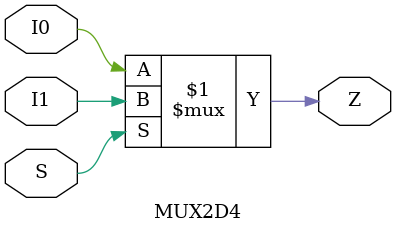
<source format=v>
module MUX2D4 (
  I0
 ,I1
 ,S
 ,Z
 );
input I0 ;
input I1 ;
input S ;
output Z ;
assign Z = S ? I1 : I0;
endmodule

</source>
